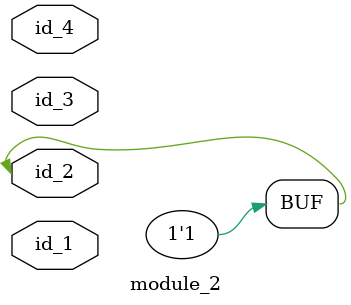
<source format=v>
module module_0 (
    id_1,
    id_2,
    id_3,
    id_4,
    id_5,
    id_6,
    id_7,
    id_8
);
  output wire id_8;
  output wire id_7;
  input wire id_6;
  input wire id_5;
  input wire id_4;
  inout wire id_3;
  input wire id_2;
  inout wire id_1;
  assign id_3 = 1;
  module_2 modCall_1 (
      id_3,
      id_1,
      id_6,
      id_1
  );
endmodule
module module_1;
  wire id_1;
  module_0 modCall_1 (
      id_1,
      id_1,
      id_1,
      id_1,
      id_1,
      id_1,
      id_1,
      id_1
  );
endmodule
module module_2 (
    id_1,
    id_2,
    id_3,
    id_4
);
  inout wire id_4;
  input wire id_3;
  inout wire id_2;
  inout wire id_1;
  assign id_2 = 1;
endmodule

</source>
